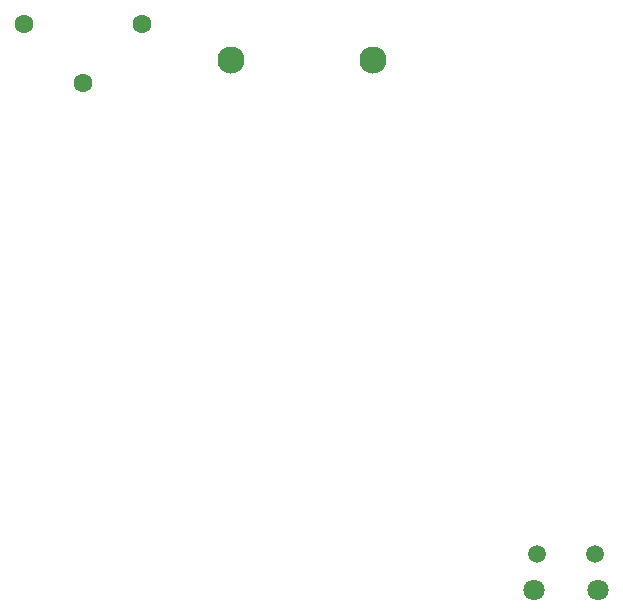
<source format=gbr>
%TF.GenerationSoftware,KiCad,Pcbnew,8.0.7+1*%
%TF.CreationDate,2025-02-06T19:29:55-05:00*%
%TF.ProjectId,jetKVM-audio-expansion,6a65744b-564d-42d6-9175-64696f2d6578,rev?*%
%TF.SameCoordinates,Original*%
%TF.FileFunction,NonPlated,1,2,NPTH,Drill*%
%TF.FilePolarity,Positive*%
%FSLAX46Y46*%
G04 Gerber Fmt 4.6, Leading zero omitted, Abs format (unit mm)*
G04 Created by KiCad (PCBNEW 8.0.7+1) date 2025-02-06 19:29:55*
%MOMM*%
%LPD*%
G01*
G04 APERTURE LIST*
%TA.AperFunction,ComponentDrill*%
%ADD10C,1.500000*%
%TD*%
%TA.AperFunction,ComponentDrill*%
%ADD11C,1.600000*%
%TD*%
%TA.AperFunction,ComponentDrill*%
%ADD12C,1.800000*%
%TD*%
%TA.AperFunction,ComponentDrill*%
%ADD13C,2.300000*%
%TD*%
G04 APERTURE END LIST*
D10*
%TO.C,U3*%
X148705000Y-120030000D03*
X153555000Y-120030000D03*
D11*
%TO.C,J2*%
X105276000Y-75176000D03*
X110276000Y-80176000D03*
X115276000Y-75176000D03*
D12*
%TO.C,U3*%
X148405000Y-123060000D03*
X153855000Y-123060000D03*
D13*
%TO.C,J1*%
X122778000Y-78232000D03*
X134778000Y-78232000D03*
M02*

</source>
